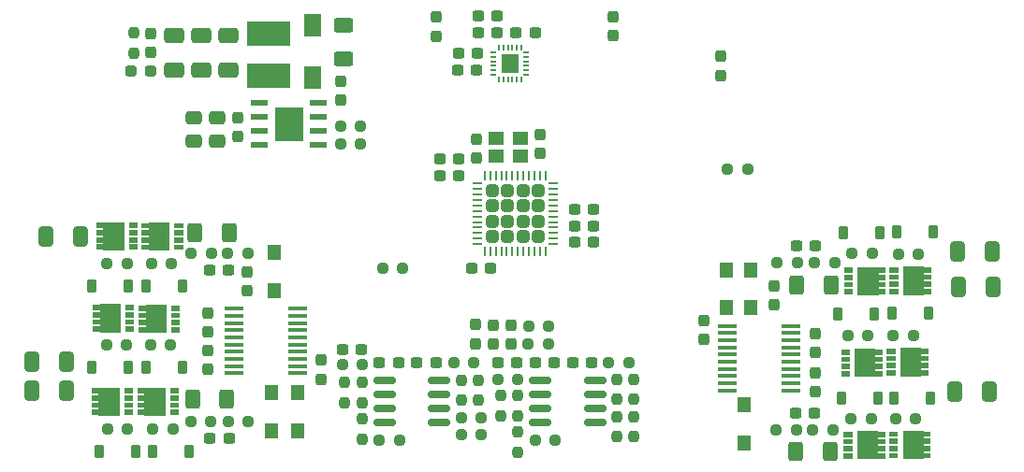
<source format=gbr>
%TF.GenerationSoftware,KiCad,Pcbnew,8.0.2*%
%TF.CreationDate,2024-06-06T21:52:40+08:00*%
%TF.ProjectId,bldcDriver,626c6463-4472-4697-9665-722e6b696361,rev?*%
%TF.SameCoordinates,Original*%
%TF.FileFunction,Paste,Bot*%
%TF.FilePolarity,Positive*%
%FSLAX46Y46*%
G04 Gerber Fmt 4.6, Leading zero omitted, Abs format (unit mm)*
G04 Created by KiCad (PCBNEW 8.0.2) date 2024-06-06 21:52:40*
%MOMM*%
%LPD*%
G01*
G04 APERTURE LIST*
G04 Aperture macros list*
%AMRoundRect*
0 Rectangle with rounded corners*
0 $1 Rounding radius*
0 $2 $3 $4 $5 $6 $7 $8 $9 X,Y pos of 4 corners*
0 Add a 4 corners polygon primitive as box body*
4,1,4,$2,$3,$4,$5,$6,$7,$8,$9,$2,$3,0*
0 Add four circle primitives for the rounded corners*
1,1,$1+$1,$2,$3*
1,1,$1+$1,$4,$5*
1,1,$1+$1,$6,$7*
1,1,$1+$1,$8,$9*
0 Add four rect primitives between the rounded corners*
20,1,$1+$1,$2,$3,$4,$5,0*
20,1,$1+$1,$4,$5,$6,$7,0*
20,1,$1+$1,$6,$7,$8,$9,0*
20,1,$1+$1,$8,$9,$2,$3,0*%
G04 Aperture macros list end*
%ADD10C,0.120000*%
%ADD11RoundRect,0.237500X0.237500X-0.250000X0.237500X0.250000X-0.237500X0.250000X-0.237500X-0.250000X0*%
%ADD12RoundRect,0.237500X-0.237500X0.300000X-0.237500X-0.300000X0.237500X-0.300000X0.237500X0.300000X0*%
%ADD13RoundRect,0.237500X-0.250000X-0.237500X0.250000X-0.237500X0.250000X0.237500X-0.250000X0.237500X0*%
%ADD14RoundRect,0.237500X0.250000X0.237500X-0.250000X0.237500X-0.250000X-0.237500X0.250000X-0.237500X0*%
%ADD15RoundRect,0.237500X-0.237500X0.250000X-0.237500X-0.250000X0.237500X-0.250000X0.237500X0.250000X0*%
%ADD16RoundRect,0.250000X0.650000X-0.412500X0.650000X0.412500X-0.650000X0.412500X-0.650000X-0.412500X0*%
%ADD17R,1.200000X1.400000*%
%ADD18RoundRect,0.237500X0.300000X0.237500X-0.300000X0.237500X-0.300000X-0.237500X0.300000X-0.237500X0*%
%ADD19R,0.700000X0.400000*%
%ADD20R,1.800000X2.480000*%
%ADD21RoundRect,0.237500X0.237500X-0.300000X0.237500X0.300000X-0.237500X0.300000X-0.237500X-0.300000X0*%
%ADD22RoundRect,0.225000X-0.225000X-0.375000X0.225000X-0.375000X0.225000X0.375000X-0.225000X0.375000X0*%
%ADD23RoundRect,0.250000X0.475000X-0.337500X0.475000X0.337500X-0.475000X0.337500X-0.475000X-0.337500X0*%
%ADD24RoundRect,0.225000X0.225000X0.375000X-0.225000X0.375000X-0.225000X-0.375000X0.225000X-0.375000X0*%
%ADD25RoundRect,0.150000X0.825000X0.150000X-0.825000X0.150000X-0.825000X-0.150000X0.825000X-0.150000X0*%
%ADD26RoundRect,0.250000X0.412500X0.650000X-0.412500X0.650000X-0.412500X-0.650000X0.412500X-0.650000X0*%
%ADD27RoundRect,0.237500X-0.300000X-0.237500X0.300000X-0.237500X0.300000X0.237500X-0.300000X0.237500X0*%
%ADD28R,0.203200X0.558800*%
%ADD29R,0.558800X0.203200*%
%ADD30R,1.600200X1.752600*%
%ADD31RoundRect,0.250000X-0.315000X0.315000X-0.315000X-0.315000X0.315000X-0.315000X0.315000X0.315000X0*%
%ADD32RoundRect,0.062500X-0.062500X0.375000X-0.062500X-0.375000X0.062500X-0.375000X0.062500X0.375000X0*%
%ADD33RoundRect,0.062500X-0.375000X0.062500X-0.375000X-0.062500X0.375000X-0.062500X0.375000X0.062500X0*%
%ADD34RoundRect,0.250000X-0.412500X-0.650000X0.412500X-0.650000X0.412500X0.650000X-0.412500X0.650000X0*%
%ADD35RoundRect,0.250000X-0.400000X-0.625000X0.400000X-0.625000X0.400000X0.625000X-0.400000X0.625000X0*%
%ADD36RoundRect,0.237500X0.287500X0.237500X-0.287500X0.237500X-0.287500X-0.237500X0.287500X-0.237500X0*%
%ADD37R,1.620000X2.046000*%
%ADD38RoundRect,0.250000X-0.625000X0.400000X-0.625000X-0.400000X0.625000X-0.400000X0.625000X0.400000X0*%
%ADD39RoundRect,0.250000X0.400000X0.625000X-0.400000X0.625000X-0.400000X-0.625000X0.400000X-0.625000X0*%
%ADD40R,3.900000X2.200000*%
%ADD41O,1.742000X0.364000*%
%ADD42R,1.400000X1.200000*%
%ADD43R,1.550000X0.600000*%
%ADD44R,2.600000X3.100000*%
G04 APERTURE END LIST*
D10*
%TO.C,Q11*%
X112332500Y-54654476D02*
X111632500Y-54654476D01*
X111632500Y-54254476D01*
X112332500Y-54254476D01*
X112332500Y-54654476D01*
G36*
X112332500Y-54654476D02*
G01*
X111632500Y-54654476D01*
X111632500Y-54254476D01*
X112332500Y-54254476D01*
X112332500Y-54654476D01*
G37*
X112332500Y-55304476D02*
X111632500Y-55304476D01*
X111632500Y-54904476D01*
X112332500Y-54904476D01*
X112332500Y-55304476D01*
G36*
X112332500Y-55304476D02*
G01*
X111632500Y-55304476D01*
X111632500Y-54904476D01*
X112332500Y-54904476D01*
X112332500Y-55304476D01*
G37*
X112332500Y-55954476D02*
X111632500Y-55954476D01*
X111632500Y-55554476D01*
X112332500Y-55554476D01*
X112332500Y-55954476D01*
G36*
X112332500Y-55954476D02*
G01*
X111632500Y-55954476D01*
X111632500Y-55554476D01*
X112332500Y-55554476D01*
X112332500Y-55954476D01*
G37*
X112332500Y-56604476D02*
X111632500Y-56604476D01*
X111632500Y-56204476D01*
X112332500Y-56204476D01*
X112332500Y-56604476D01*
G36*
X112332500Y-56604476D02*
G01*
X111632500Y-56604476D01*
X111632500Y-56204476D01*
X112332500Y-56204476D01*
X112332500Y-56604476D01*
G37*
X114652500Y-54254476D02*
X115302500Y-54254476D01*
X115302500Y-54654476D01*
X114652500Y-54654476D01*
X114652500Y-54904476D01*
X115302500Y-54904476D01*
X115302500Y-55304476D01*
X114652500Y-55304476D01*
X114652500Y-55554476D01*
X115302500Y-55554476D01*
X115302500Y-55954476D01*
X114652500Y-55954476D01*
X114652500Y-56204476D01*
X115302500Y-56204476D01*
X115302500Y-56604476D01*
X114652500Y-56604476D01*
X114652500Y-56669476D01*
X112852500Y-56669476D01*
X112852500Y-54189476D01*
X114652500Y-54189476D01*
X114652500Y-54254476D01*
G36*
X114652500Y-54254476D02*
G01*
X115302500Y-54254476D01*
X115302500Y-54654476D01*
X114652500Y-54654476D01*
X114652500Y-54904476D01*
X115302500Y-54904476D01*
X115302500Y-55304476D01*
X114652500Y-55304476D01*
X114652500Y-55554476D01*
X115302500Y-55554476D01*
X115302500Y-55954476D01*
X114652500Y-55954476D01*
X114652500Y-56204476D01*
X115302500Y-56204476D01*
X115302500Y-56604476D01*
X114652500Y-56604476D01*
X114652500Y-56669476D01*
X112852500Y-56669476D01*
X112852500Y-54189476D01*
X114652500Y-54189476D01*
X114652500Y-54254476D01*
G37*
%TO.C,Q9*%
X112080000Y-62025000D02*
X111380000Y-62025000D01*
X111380000Y-61625000D01*
X112080000Y-61625000D01*
X112080000Y-62025000D01*
G36*
X112080000Y-62025000D02*
G01*
X111380000Y-62025000D01*
X111380000Y-61625000D01*
X112080000Y-61625000D01*
X112080000Y-62025000D01*
G37*
X112080000Y-62675000D02*
X111380000Y-62675000D01*
X111380000Y-62275000D01*
X112080000Y-62275000D01*
X112080000Y-62675000D01*
G36*
X112080000Y-62675000D02*
G01*
X111380000Y-62675000D01*
X111380000Y-62275000D01*
X112080000Y-62275000D01*
X112080000Y-62675000D01*
G37*
X112080000Y-63325000D02*
X111380000Y-63325000D01*
X111380000Y-62925000D01*
X112080000Y-62925000D01*
X112080000Y-63325000D01*
G36*
X112080000Y-63325000D02*
G01*
X111380000Y-63325000D01*
X111380000Y-62925000D01*
X112080000Y-62925000D01*
X112080000Y-63325000D01*
G37*
X112080000Y-63975000D02*
X111380000Y-63975000D01*
X111380000Y-63575000D01*
X112080000Y-63575000D01*
X112080000Y-63975000D01*
G36*
X112080000Y-63975000D02*
G01*
X111380000Y-63975000D01*
X111380000Y-63575000D01*
X112080000Y-63575000D01*
X112080000Y-63975000D01*
G37*
X114400000Y-61625000D02*
X115050000Y-61625000D01*
X115050000Y-62025000D01*
X114400000Y-62025000D01*
X114400000Y-62275000D01*
X115050000Y-62275000D01*
X115050000Y-62675000D01*
X114400000Y-62675000D01*
X114400000Y-62925000D01*
X115050000Y-62925000D01*
X115050000Y-63325000D01*
X114400000Y-63325000D01*
X114400000Y-63575000D01*
X115050000Y-63575000D01*
X115050000Y-63975000D01*
X114400000Y-63975000D01*
X114400000Y-64040000D01*
X112600000Y-64040000D01*
X112600000Y-61560000D01*
X114400000Y-61560000D01*
X114400000Y-61625000D01*
G36*
X114400000Y-61625000D02*
G01*
X115050000Y-61625000D01*
X115050000Y-62025000D01*
X114400000Y-62025000D01*
X114400000Y-62275000D01*
X115050000Y-62275000D01*
X115050000Y-62675000D01*
X114400000Y-62675000D01*
X114400000Y-62925000D01*
X115050000Y-62925000D01*
X115050000Y-63325000D01*
X114400000Y-63325000D01*
X114400000Y-63575000D01*
X115050000Y-63575000D01*
X115050000Y-63975000D01*
X114400000Y-63975000D01*
X114400000Y-64040000D01*
X112600000Y-64040000D01*
X112600000Y-61560000D01*
X114400000Y-61560000D01*
X114400000Y-61625000D01*
G37*
%TO.C,Q8*%
X108182500Y-69546476D02*
X107482500Y-69546476D01*
X107482500Y-69146476D01*
X108182500Y-69146476D01*
X108182500Y-69546476D01*
G36*
X108182500Y-69546476D02*
G01*
X107482500Y-69546476D01*
X107482500Y-69146476D01*
X108182500Y-69146476D01*
X108182500Y-69546476D01*
G37*
X108182500Y-70196476D02*
X107482500Y-70196476D01*
X107482500Y-69796476D01*
X108182500Y-69796476D01*
X108182500Y-70196476D01*
G36*
X108182500Y-70196476D02*
G01*
X107482500Y-70196476D01*
X107482500Y-69796476D01*
X108182500Y-69796476D01*
X108182500Y-70196476D01*
G37*
X108182500Y-70846476D02*
X107482500Y-70846476D01*
X107482500Y-70446476D01*
X108182500Y-70446476D01*
X108182500Y-70846476D01*
G36*
X108182500Y-70846476D02*
G01*
X107482500Y-70846476D01*
X107482500Y-70446476D01*
X108182500Y-70446476D01*
X108182500Y-70846476D01*
G37*
X108182500Y-71496476D02*
X107482500Y-71496476D01*
X107482500Y-71096476D01*
X108182500Y-71096476D01*
X108182500Y-71496476D01*
G36*
X108182500Y-71496476D02*
G01*
X107482500Y-71496476D01*
X107482500Y-71096476D01*
X108182500Y-71096476D01*
X108182500Y-71496476D01*
G37*
X110502500Y-69146476D02*
X111152500Y-69146476D01*
X111152500Y-69546476D01*
X110502500Y-69546476D01*
X110502500Y-69796476D01*
X111152500Y-69796476D01*
X111152500Y-70196476D01*
X110502500Y-70196476D01*
X110502500Y-70446476D01*
X111152500Y-70446476D01*
X111152500Y-70846476D01*
X110502500Y-70846476D01*
X110502500Y-71096476D01*
X111152500Y-71096476D01*
X111152500Y-71496476D01*
X110502500Y-71496476D01*
X110502500Y-71561476D01*
X108702500Y-71561476D01*
X108702500Y-69081476D01*
X110502500Y-69081476D01*
X110502500Y-69146476D01*
G36*
X110502500Y-69146476D02*
G01*
X111152500Y-69146476D01*
X111152500Y-69546476D01*
X110502500Y-69546476D01*
X110502500Y-69796476D01*
X111152500Y-69796476D01*
X111152500Y-70196476D01*
X110502500Y-70196476D01*
X110502500Y-70446476D01*
X111152500Y-70446476D01*
X111152500Y-70846476D01*
X110502500Y-70846476D01*
X110502500Y-71096476D01*
X111152500Y-71096476D01*
X111152500Y-71496476D01*
X110502500Y-71496476D01*
X110502500Y-71561476D01*
X108702500Y-71561476D01*
X108702500Y-69081476D01*
X110502500Y-69081476D01*
X110502500Y-69146476D01*
G37*
%TO.C,Q13*%
X43103500Y-65600000D02*
X42403500Y-65600000D01*
X42403500Y-65200000D01*
X43103500Y-65200000D01*
X43103500Y-65600000D01*
G36*
X43103500Y-65600000D02*
G01*
X42403500Y-65600000D01*
X42403500Y-65200000D01*
X43103500Y-65200000D01*
X43103500Y-65600000D01*
G37*
X43103500Y-66250000D02*
X42403500Y-66250000D01*
X42403500Y-65850000D01*
X43103500Y-65850000D01*
X43103500Y-66250000D01*
G36*
X43103500Y-66250000D02*
G01*
X42403500Y-66250000D01*
X42403500Y-65850000D01*
X43103500Y-65850000D01*
X43103500Y-66250000D01*
G37*
X43103500Y-66900000D02*
X42403500Y-66900000D01*
X42403500Y-66500000D01*
X43103500Y-66500000D01*
X43103500Y-66900000D01*
G36*
X43103500Y-66900000D02*
G01*
X42403500Y-66900000D01*
X42403500Y-66500000D01*
X43103500Y-66500000D01*
X43103500Y-66900000D01*
G37*
X43103500Y-67550000D02*
X42403500Y-67550000D01*
X42403500Y-67150000D01*
X43103500Y-67150000D01*
X43103500Y-67550000D01*
G36*
X43103500Y-67550000D02*
G01*
X42403500Y-67550000D01*
X42403500Y-67150000D01*
X43103500Y-67150000D01*
X43103500Y-67550000D01*
G37*
X41883500Y-67615000D02*
X40083500Y-67615000D01*
X40083500Y-67550000D01*
X39433500Y-67550000D01*
X39433500Y-67150000D01*
X40083500Y-67150000D01*
X40083500Y-66900000D01*
X39433500Y-66900000D01*
X39433500Y-66500000D01*
X40083500Y-66500000D01*
X40083500Y-66250000D01*
X39433500Y-66250000D01*
X39433500Y-65850000D01*
X40083500Y-65850000D01*
X40083500Y-65600000D01*
X39433500Y-65600000D01*
X39433500Y-65200000D01*
X40083500Y-65200000D01*
X40083500Y-65135000D01*
X41883500Y-65135000D01*
X41883500Y-67615000D01*
G36*
X41883500Y-67615000D02*
G01*
X40083500Y-67615000D01*
X40083500Y-67550000D01*
X39433500Y-67550000D01*
X39433500Y-67150000D01*
X40083500Y-67150000D01*
X40083500Y-66900000D01*
X39433500Y-66900000D01*
X39433500Y-66500000D01*
X40083500Y-66500000D01*
X40083500Y-66250000D01*
X39433500Y-66250000D01*
X39433500Y-65850000D01*
X40083500Y-65850000D01*
X40083500Y-65600000D01*
X39433500Y-65600000D01*
X39433500Y-65200000D01*
X40083500Y-65200000D01*
X40083500Y-65135000D01*
X41883500Y-65135000D01*
X41883500Y-67615000D01*
G37*
%TO.C,Q14*%
X47370000Y-58115000D02*
X46670000Y-58115000D01*
X46670000Y-57715000D01*
X47370000Y-57715000D01*
X47370000Y-58115000D01*
G36*
X47370000Y-58115000D02*
G01*
X46670000Y-58115000D01*
X46670000Y-57715000D01*
X47370000Y-57715000D01*
X47370000Y-58115000D01*
G37*
X47370000Y-58765000D02*
X46670000Y-58765000D01*
X46670000Y-58365000D01*
X47370000Y-58365000D01*
X47370000Y-58765000D01*
G36*
X47370000Y-58765000D02*
G01*
X46670000Y-58765000D01*
X46670000Y-58365000D01*
X47370000Y-58365000D01*
X47370000Y-58765000D01*
G37*
X47370000Y-59415000D02*
X46670000Y-59415000D01*
X46670000Y-59015000D01*
X47370000Y-59015000D01*
X47370000Y-59415000D01*
G36*
X47370000Y-59415000D02*
G01*
X46670000Y-59415000D01*
X46670000Y-59015000D01*
X47370000Y-59015000D01*
X47370000Y-59415000D01*
G37*
X47370000Y-60065000D02*
X46670000Y-60065000D01*
X46670000Y-59665000D01*
X47370000Y-59665000D01*
X47370000Y-60065000D01*
G36*
X47370000Y-60065000D02*
G01*
X46670000Y-60065000D01*
X46670000Y-59665000D01*
X47370000Y-59665000D01*
X47370000Y-60065000D01*
G37*
X46150000Y-60130000D02*
X44350000Y-60130000D01*
X44350000Y-60065000D01*
X43700000Y-60065000D01*
X43700000Y-59665000D01*
X44350000Y-59665000D01*
X44350000Y-59415000D01*
X43700000Y-59415000D01*
X43700000Y-59015000D01*
X44350000Y-59015000D01*
X44350000Y-58765000D01*
X43700000Y-58765000D01*
X43700000Y-58365000D01*
X44350000Y-58365000D01*
X44350000Y-58115000D01*
X43700000Y-58115000D01*
X43700000Y-57715000D01*
X44350000Y-57715000D01*
X44350000Y-57650000D01*
X46150000Y-57650000D01*
X46150000Y-60130000D01*
G36*
X46150000Y-60130000D02*
G01*
X44350000Y-60130000D01*
X44350000Y-60065000D01*
X43700000Y-60065000D01*
X43700000Y-59665000D01*
X44350000Y-59665000D01*
X44350000Y-59415000D01*
X43700000Y-59415000D01*
X43700000Y-59015000D01*
X44350000Y-59015000D01*
X44350000Y-58765000D01*
X43700000Y-58765000D01*
X43700000Y-58365000D01*
X44350000Y-58365000D01*
X44350000Y-58115000D01*
X43700000Y-58115000D01*
X43700000Y-57715000D01*
X44350000Y-57715000D01*
X44350000Y-57650000D01*
X46150000Y-57650000D01*
X46150000Y-60130000D01*
G37*
%TO.C,Q15*%
X43540000Y-50625714D02*
X42840000Y-50625714D01*
X42840000Y-50225714D01*
X43540000Y-50225714D01*
X43540000Y-50625714D01*
G36*
X43540000Y-50625714D02*
G01*
X42840000Y-50625714D01*
X42840000Y-50225714D01*
X43540000Y-50225714D01*
X43540000Y-50625714D01*
G37*
X43540000Y-51275714D02*
X42840000Y-51275714D01*
X42840000Y-50875714D01*
X43540000Y-50875714D01*
X43540000Y-51275714D01*
G36*
X43540000Y-51275714D02*
G01*
X42840000Y-51275714D01*
X42840000Y-50875714D01*
X43540000Y-50875714D01*
X43540000Y-51275714D01*
G37*
X43540000Y-51925714D02*
X42840000Y-51925714D01*
X42840000Y-51525714D01*
X43540000Y-51525714D01*
X43540000Y-51925714D01*
G36*
X43540000Y-51925714D02*
G01*
X42840000Y-51925714D01*
X42840000Y-51525714D01*
X43540000Y-51525714D01*
X43540000Y-51925714D01*
G37*
X43540000Y-52575714D02*
X42840000Y-52575714D01*
X42840000Y-52175714D01*
X43540000Y-52175714D01*
X43540000Y-52575714D01*
G36*
X43540000Y-52575714D02*
G01*
X42840000Y-52575714D01*
X42840000Y-52175714D01*
X43540000Y-52175714D01*
X43540000Y-52575714D01*
G37*
X42320000Y-52640714D02*
X40520000Y-52640714D01*
X40520000Y-52575714D01*
X39870000Y-52575714D01*
X39870000Y-52175714D01*
X40520000Y-52175714D01*
X40520000Y-51925714D01*
X39870000Y-51925714D01*
X39870000Y-51525714D01*
X40520000Y-51525714D01*
X40520000Y-51275714D01*
X39870000Y-51275714D01*
X39870000Y-50875714D01*
X40520000Y-50875714D01*
X40520000Y-50625714D01*
X39870000Y-50625714D01*
X39870000Y-50225714D01*
X40520000Y-50225714D01*
X40520000Y-50160714D01*
X42320000Y-50160714D01*
X42320000Y-52640714D01*
G36*
X42320000Y-52640714D02*
G01*
X40520000Y-52640714D01*
X40520000Y-52575714D01*
X39870000Y-52575714D01*
X39870000Y-52175714D01*
X40520000Y-52175714D01*
X40520000Y-51925714D01*
X39870000Y-51925714D01*
X39870000Y-51525714D01*
X40520000Y-51525714D01*
X40520000Y-51275714D01*
X39870000Y-51275714D01*
X39870000Y-50875714D01*
X40520000Y-50875714D01*
X40520000Y-50625714D01*
X39870000Y-50625714D01*
X39870000Y-50225714D01*
X40520000Y-50225714D01*
X40520000Y-50160714D01*
X42320000Y-50160714D01*
X42320000Y-52640714D01*
G37*
%TO.C,Q1*%
X47252500Y-65600000D02*
X46552500Y-65600000D01*
X46552500Y-65200000D01*
X47252500Y-65200000D01*
X47252500Y-65600000D01*
G36*
X47252500Y-65600000D02*
G01*
X46552500Y-65600000D01*
X46552500Y-65200000D01*
X47252500Y-65200000D01*
X47252500Y-65600000D01*
G37*
X47252500Y-66250000D02*
X46552500Y-66250000D01*
X46552500Y-65850000D01*
X47252500Y-65850000D01*
X47252500Y-66250000D01*
G36*
X47252500Y-66250000D02*
G01*
X46552500Y-66250000D01*
X46552500Y-65850000D01*
X47252500Y-65850000D01*
X47252500Y-66250000D01*
G37*
X47252500Y-66900000D02*
X46552500Y-66900000D01*
X46552500Y-66500000D01*
X47252500Y-66500000D01*
X47252500Y-66900000D01*
G36*
X47252500Y-66900000D02*
G01*
X46552500Y-66900000D01*
X46552500Y-66500000D01*
X47252500Y-66500000D01*
X47252500Y-66900000D01*
G37*
X47252500Y-67550000D02*
X46552500Y-67550000D01*
X46552500Y-67150000D01*
X47252500Y-67150000D01*
X47252500Y-67550000D01*
G36*
X47252500Y-67550000D02*
G01*
X46552500Y-67550000D01*
X46552500Y-67150000D01*
X47252500Y-67150000D01*
X47252500Y-67550000D01*
G37*
X46032500Y-67615000D02*
X44232500Y-67615000D01*
X44232500Y-67550000D01*
X43582500Y-67550000D01*
X43582500Y-67150000D01*
X44232500Y-67150000D01*
X44232500Y-66900000D01*
X43582500Y-66900000D01*
X43582500Y-66500000D01*
X44232500Y-66500000D01*
X44232500Y-66250000D01*
X43582500Y-66250000D01*
X43582500Y-65850000D01*
X44232500Y-65850000D01*
X44232500Y-65600000D01*
X43582500Y-65600000D01*
X43582500Y-65200000D01*
X44232500Y-65200000D01*
X44232500Y-65135000D01*
X46032500Y-65135000D01*
X46032500Y-67615000D01*
G36*
X46032500Y-67615000D02*
G01*
X44232500Y-67615000D01*
X44232500Y-67550000D01*
X43582500Y-67550000D01*
X43582500Y-67150000D01*
X44232500Y-67150000D01*
X44232500Y-66900000D01*
X43582500Y-66900000D01*
X43582500Y-66500000D01*
X44232500Y-66500000D01*
X44232500Y-66250000D01*
X43582500Y-66250000D01*
X43582500Y-65850000D01*
X44232500Y-65850000D01*
X44232500Y-65600000D01*
X43582500Y-65600000D01*
X43582500Y-65200000D01*
X44232500Y-65200000D01*
X44232500Y-65135000D01*
X46032500Y-65135000D01*
X46032500Y-67615000D01*
G37*
%TO.C,Q7*%
X112311500Y-69531476D02*
X111611500Y-69531476D01*
X111611500Y-69131476D01*
X112311500Y-69131476D01*
X112311500Y-69531476D01*
G36*
X112311500Y-69531476D02*
G01*
X111611500Y-69531476D01*
X111611500Y-69131476D01*
X112311500Y-69131476D01*
X112311500Y-69531476D01*
G37*
X112311500Y-70181476D02*
X111611500Y-70181476D01*
X111611500Y-69781476D01*
X112311500Y-69781476D01*
X112311500Y-70181476D01*
G36*
X112311500Y-70181476D02*
G01*
X111611500Y-70181476D01*
X111611500Y-69781476D01*
X112311500Y-69781476D01*
X112311500Y-70181476D01*
G37*
X112311500Y-70831476D02*
X111611500Y-70831476D01*
X111611500Y-70431476D01*
X112311500Y-70431476D01*
X112311500Y-70831476D01*
G36*
X112311500Y-70831476D02*
G01*
X111611500Y-70831476D01*
X111611500Y-70431476D01*
X112311500Y-70431476D01*
X112311500Y-70831476D01*
G37*
X112311500Y-71481476D02*
X111611500Y-71481476D01*
X111611500Y-71081476D01*
X112311500Y-71081476D01*
X112311500Y-71481476D01*
G36*
X112311500Y-71481476D02*
G01*
X111611500Y-71481476D01*
X111611500Y-71081476D01*
X112311500Y-71081476D01*
X112311500Y-71481476D01*
G37*
X114631500Y-69131476D02*
X115281500Y-69131476D01*
X115281500Y-69531476D01*
X114631500Y-69531476D01*
X114631500Y-69781476D01*
X115281500Y-69781476D01*
X115281500Y-70181476D01*
X114631500Y-70181476D01*
X114631500Y-70431476D01*
X115281500Y-70431476D01*
X115281500Y-70831476D01*
X114631500Y-70831476D01*
X114631500Y-71081476D01*
X115281500Y-71081476D01*
X115281500Y-71481476D01*
X114631500Y-71481476D01*
X114631500Y-71546476D01*
X112831500Y-71546476D01*
X112831500Y-69066476D01*
X114631500Y-69066476D01*
X114631500Y-69131476D01*
G36*
X114631500Y-69131476D02*
G01*
X115281500Y-69131476D01*
X115281500Y-69531476D01*
X114631500Y-69531476D01*
X114631500Y-69781476D01*
X115281500Y-69781476D01*
X115281500Y-70181476D01*
X114631500Y-70181476D01*
X114631500Y-70431476D01*
X115281500Y-70431476D01*
X115281500Y-70831476D01*
X114631500Y-70831476D01*
X114631500Y-71081476D01*
X115281500Y-71081476D01*
X115281500Y-71481476D01*
X114631500Y-71481476D01*
X114631500Y-71546476D01*
X112831500Y-71546476D01*
X112831500Y-69066476D01*
X114631500Y-69066476D01*
X114631500Y-69131476D01*
G37*
%TO.C,Q12*%
X108242500Y-54681476D02*
X107542500Y-54681476D01*
X107542500Y-54281476D01*
X108242500Y-54281476D01*
X108242500Y-54681476D01*
G36*
X108242500Y-54681476D02*
G01*
X107542500Y-54681476D01*
X107542500Y-54281476D01*
X108242500Y-54281476D01*
X108242500Y-54681476D01*
G37*
X108242500Y-55331476D02*
X107542500Y-55331476D01*
X107542500Y-54931476D01*
X108242500Y-54931476D01*
X108242500Y-55331476D01*
G36*
X108242500Y-55331476D02*
G01*
X107542500Y-55331476D01*
X107542500Y-54931476D01*
X108242500Y-54931476D01*
X108242500Y-55331476D01*
G37*
X108242500Y-55981476D02*
X107542500Y-55981476D01*
X107542500Y-55581476D01*
X108242500Y-55581476D01*
X108242500Y-55981476D01*
G36*
X108242500Y-55981476D02*
G01*
X107542500Y-55981476D01*
X107542500Y-55581476D01*
X108242500Y-55581476D01*
X108242500Y-55981476D01*
G37*
X108242500Y-56631476D02*
X107542500Y-56631476D01*
X107542500Y-56231476D01*
X108242500Y-56231476D01*
X108242500Y-56631476D01*
G36*
X108242500Y-56631476D02*
G01*
X107542500Y-56631476D01*
X107542500Y-56231476D01*
X108242500Y-56231476D01*
X108242500Y-56631476D01*
G37*
X110562500Y-54281476D02*
X111212500Y-54281476D01*
X111212500Y-54681476D01*
X110562500Y-54681476D01*
X110562500Y-54931476D01*
X111212500Y-54931476D01*
X111212500Y-55331476D01*
X110562500Y-55331476D01*
X110562500Y-55581476D01*
X111212500Y-55581476D01*
X111212500Y-55981476D01*
X110562500Y-55981476D01*
X110562500Y-56231476D01*
X111212500Y-56231476D01*
X111212500Y-56631476D01*
X110562500Y-56631476D01*
X110562500Y-56696476D01*
X108762500Y-56696476D01*
X108762500Y-54216476D01*
X110562500Y-54216476D01*
X110562500Y-54281476D01*
G36*
X110562500Y-54281476D02*
G01*
X111212500Y-54281476D01*
X111212500Y-54681476D01*
X110562500Y-54681476D01*
X110562500Y-54931476D01*
X111212500Y-54931476D01*
X111212500Y-55331476D01*
X110562500Y-55331476D01*
X110562500Y-55581476D01*
X111212500Y-55581476D01*
X111212500Y-55981476D01*
X110562500Y-55981476D01*
X110562500Y-56231476D01*
X111212500Y-56231476D01*
X111212500Y-56631476D01*
X110562500Y-56631476D01*
X110562500Y-56696476D01*
X108762500Y-56696476D01*
X108762500Y-54216476D01*
X110562500Y-54216476D01*
X110562500Y-54281476D01*
G37*
%TO.C,Q16*%
X47649000Y-50635000D02*
X46949000Y-50635000D01*
X46949000Y-50235000D01*
X47649000Y-50235000D01*
X47649000Y-50635000D01*
G36*
X47649000Y-50635000D02*
G01*
X46949000Y-50635000D01*
X46949000Y-50235000D01*
X47649000Y-50235000D01*
X47649000Y-50635000D01*
G37*
X47649000Y-51285000D02*
X46949000Y-51285000D01*
X46949000Y-50885000D01*
X47649000Y-50885000D01*
X47649000Y-51285000D01*
G36*
X47649000Y-51285000D02*
G01*
X46949000Y-51285000D01*
X46949000Y-50885000D01*
X47649000Y-50885000D01*
X47649000Y-51285000D01*
G37*
X47649000Y-51935000D02*
X46949000Y-51935000D01*
X46949000Y-51535000D01*
X47649000Y-51535000D01*
X47649000Y-51935000D01*
G36*
X47649000Y-51935000D02*
G01*
X46949000Y-51935000D01*
X46949000Y-51535000D01*
X47649000Y-51535000D01*
X47649000Y-51935000D01*
G37*
X47649000Y-52585000D02*
X46949000Y-52585000D01*
X46949000Y-52185000D01*
X47649000Y-52185000D01*
X47649000Y-52585000D01*
G36*
X47649000Y-52585000D02*
G01*
X46949000Y-52585000D01*
X46949000Y-52185000D01*
X47649000Y-52185000D01*
X47649000Y-52585000D01*
G37*
X46429000Y-52650000D02*
X44629000Y-52650000D01*
X44629000Y-52585000D01*
X43979000Y-52585000D01*
X43979000Y-52185000D01*
X44629000Y-52185000D01*
X44629000Y-51935000D01*
X43979000Y-51935000D01*
X43979000Y-51535000D01*
X44629000Y-51535000D01*
X44629000Y-51285000D01*
X43979000Y-51285000D01*
X43979000Y-50885000D01*
X44629000Y-50885000D01*
X44629000Y-50635000D01*
X43979000Y-50635000D01*
X43979000Y-50235000D01*
X44629000Y-50235000D01*
X44629000Y-50170000D01*
X46429000Y-50170000D01*
X46429000Y-52650000D01*
G36*
X46429000Y-52650000D02*
G01*
X44629000Y-52650000D01*
X44629000Y-52585000D01*
X43979000Y-52585000D01*
X43979000Y-52185000D01*
X44629000Y-52185000D01*
X44629000Y-51935000D01*
X43979000Y-51935000D01*
X43979000Y-51535000D01*
X44629000Y-51535000D01*
X44629000Y-51285000D01*
X43979000Y-51285000D01*
X43979000Y-50885000D01*
X44629000Y-50885000D01*
X44629000Y-50635000D01*
X43979000Y-50635000D01*
X43979000Y-50235000D01*
X44629000Y-50235000D01*
X44629000Y-50170000D01*
X46429000Y-50170000D01*
X46429000Y-52650000D01*
G37*
%TO.C,Q10*%
X107950000Y-62091476D02*
X107250000Y-62091476D01*
X107250000Y-61691476D01*
X107950000Y-61691476D01*
X107950000Y-62091476D01*
G36*
X107950000Y-62091476D02*
G01*
X107250000Y-62091476D01*
X107250000Y-61691476D01*
X107950000Y-61691476D01*
X107950000Y-62091476D01*
G37*
X107950000Y-62741476D02*
X107250000Y-62741476D01*
X107250000Y-62341476D01*
X107950000Y-62341476D01*
X107950000Y-62741476D01*
G36*
X107950000Y-62741476D02*
G01*
X107250000Y-62741476D01*
X107250000Y-62341476D01*
X107950000Y-62341476D01*
X107950000Y-62741476D01*
G37*
X107950000Y-63391476D02*
X107250000Y-63391476D01*
X107250000Y-62991476D01*
X107950000Y-62991476D01*
X107950000Y-63391476D01*
G36*
X107950000Y-63391476D02*
G01*
X107250000Y-63391476D01*
X107250000Y-62991476D01*
X107950000Y-62991476D01*
X107950000Y-63391476D01*
G37*
X107950000Y-64041476D02*
X107250000Y-64041476D01*
X107250000Y-63641476D01*
X107950000Y-63641476D01*
X107950000Y-64041476D01*
G36*
X107950000Y-64041476D02*
G01*
X107250000Y-64041476D01*
X107250000Y-63641476D01*
X107950000Y-63641476D01*
X107950000Y-64041476D01*
G37*
X110270000Y-61691476D02*
X110920000Y-61691476D01*
X110920000Y-62091476D01*
X110270000Y-62091476D01*
X110270000Y-62341476D01*
X110920000Y-62341476D01*
X110920000Y-62741476D01*
X110270000Y-62741476D01*
X110270000Y-62991476D01*
X110920000Y-62991476D01*
X110920000Y-63391476D01*
X110270000Y-63391476D01*
X110270000Y-63641476D01*
X110920000Y-63641476D01*
X110920000Y-64041476D01*
X110270000Y-64041476D01*
X110270000Y-64106476D01*
X108470000Y-64106476D01*
X108470000Y-61626476D01*
X110270000Y-61626476D01*
X110270000Y-61691476D01*
G36*
X110270000Y-61691476D02*
G01*
X110920000Y-61691476D01*
X110920000Y-62091476D01*
X110270000Y-62091476D01*
X110270000Y-62341476D01*
X110920000Y-62341476D01*
X110920000Y-62741476D01*
X110270000Y-62741476D01*
X110270000Y-62991476D01*
X110920000Y-62991476D01*
X110920000Y-63391476D01*
X110270000Y-63391476D01*
X110270000Y-63641476D01*
X110920000Y-63641476D01*
X110920000Y-64041476D01*
X110270000Y-64041476D01*
X110270000Y-64106476D01*
X108470000Y-64106476D01*
X108470000Y-61626476D01*
X110270000Y-61626476D01*
X110270000Y-61691476D01*
G37*
%TO.C,Q2*%
X43220000Y-58055000D02*
X42520000Y-58055000D01*
X42520000Y-57655000D01*
X43220000Y-57655000D01*
X43220000Y-58055000D01*
G36*
X43220000Y-58055000D02*
G01*
X42520000Y-58055000D01*
X42520000Y-57655000D01*
X43220000Y-57655000D01*
X43220000Y-58055000D01*
G37*
X43220000Y-58705000D02*
X42520000Y-58705000D01*
X42520000Y-58305000D01*
X43220000Y-58305000D01*
X43220000Y-58705000D01*
G36*
X43220000Y-58705000D02*
G01*
X42520000Y-58705000D01*
X42520000Y-58305000D01*
X43220000Y-58305000D01*
X43220000Y-58705000D01*
G37*
X43220000Y-59355000D02*
X42520000Y-59355000D01*
X42520000Y-58955000D01*
X43220000Y-58955000D01*
X43220000Y-59355000D01*
G36*
X43220000Y-59355000D02*
G01*
X42520000Y-59355000D01*
X42520000Y-58955000D01*
X43220000Y-58955000D01*
X43220000Y-59355000D01*
G37*
X43220000Y-60005000D02*
X42520000Y-60005000D01*
X42520000Y-59605000D01*
X43220000Y-59605000D01*
X43220000Y-60005000D01*
G36*
X43220000Y-60005000D02*
G01*
X42520000Y-60005000D01*
X42520000Y-59605000D01*
X43220000Y-59605000D01*
X43220000Y-60005000D01*
G37*
X42000000Y-60070000D02*
X40200000Y-60070000D01*
X40200000Y-60005000D01*
X39550000Y-60005000D01*
X39550000Y-59605000D01*
X40200000Y-59605000D01*
X40200000Y-59355000D01*
X39550000Y-59355000D01*
X39550000Y-58955000D01*
X40200000Y-58955000D01*
X40200000Y-58705000D01*
X39550000Y-58705000D01*
X39550000Y-58305000D01*
X40200000Y-58305000D01*
X40200000Y-58055000D01*
X39550000Y-58055000D01*
X39550000Y-57655000D01*
X40200000Y-57655000D01*
X40200000Y-57590000D01*
X42000000Y-57590000D01*
X42000000Y-60070000D01*
G36*
X42000000Y-60070000D02*
G01*
X40200000Y-60070000D01*
X40200000Y-60005000D01*
X39550000Y-60005000D01*
X39550000Y-59605000D01*
X40200000Y-59605000D01*
X40200000Y-59355000D01*
X39550000Y-59355000D01*
X39550000Y-58955000D01*
X40200000Y-58955000D01*
X40200000Y-58705000D01*
X39550000Y-58705000D01*
X39550000Y-58305000D01*
X40200000Y-58305000D01*
X40200000Y-58055000D01*
X39550000Y-58055000D01*
X39550000Y-57655000D01*
X40200000Y-57655000D01*
X40200000Y-57590000D01*
X42000000Y-57590000D01*
X42000000Y-60070000D01*
G37*
%TD*%
D11*
%TO.C,R20*%
X88500000Y-66225000D03*
X88500000Y-64400000D03*
%TD*%
D12*
%TO.C,C9*%
X75767500Y-59487500D03*
X75767500Y-61212500D03*
%TD*%
D13*
%TO.C,R2*%
X61978500Y-43054000D03*
X63803500Y-43054000D03*
%TD*%
D14*
%TO.C,R23*%
X53642500Y-68190000D03*
X51817500Y-68190000D03*
%TD*%
D15*
%TO.C,R3*%
X43281000Y-33016500D03*
X43281000Y-34841500D03*
%TD*%
D16*
%TO.C,C6*%
X49341000Y-36366500D03*
X49341000Y-33241500D03*
%TD*%
D17*
%TO.C,D2*%
X98500000Y-66665000D03*
X98500000Y-70135000D03*
%TD*%
D18*
%TO.C,C18*%
X75525000Y-54350000D03*
X73800000Y-54350000D03*
%TD*%
D13*
%TO.C,R8*%
X40890000Y-68900000D03*
X42715000Y-68900000D03*
%TD*%
D19*
%TO.C,Q11*%
X111982500Y-56404476D03*
X111982500Y-55754476D03*
X111982500Y-55104476D03*
X111982500Y-54454476D03*
X114952500Y-54454476D03*
X114952500Y-55104476D03*
X114952500Y-55754476D03*
X114952500Y-56404476D03*
D20*
X113752500Y-55429476D03*
%TD*%
D14*
%TO.C,R17*%
X114265000Y-53071476D03*
X112440000Y-53071476D03*
%TD*%
D21*
%TO.C,C4*%
X61991000Y-39116500D03*
X61991000Y-37391500D03*
%TD*%
D18*
%TO.C,C41*%
X77900000Y-62900000D03*
X76175000Y-62900000D03*
%TD*%
D19*
%TO.C,Q9*%
X111730000Y-63775000D03*
X111730000Y-63125000D03*
X111730000Y-62475000D03*
X111730000Y-61825000D03*
X114700000Y-61825000D03*
X114700000Y-62475000D03*
X114700000Y-63125000D03*
X114700000Y-63775000D03*
D20*
X113500000Y-62800000D03*
%TD*%
D12*
%TO.C,C29*%
X53500000Y-54637500D03*
X53500000Y-56362500D03*
%TD*%
D19*
%TO.C,Q8*%
X107832500Y-71296476D03*
X107832500Y-70646476D03*
X107832500Y-69996476D03*
X107832500Y-69346476D03*
X110802500Y-69346476D03*
X110802500Y-69996476D03*
X110802500Y-70646476D03*
X110802500Y-71296476D03*
D20*
X109602500Y-70321476D03*
%TD*%
D13*
%TO.C,R4*%
X40807500Y-61300000D03*
X42632500Y-61300000D03*
%TD*%
D19*
%TO.C,Q13*%
X42753500Y-65400000D03*
X42753500Y-66050000D03*
X42753500Y-66700000D03*
X42753500Y-67350000D03*
X39783500Y-67350000D03*
X39783500Y-66700000D03*
X39783500Y-66050000D03*
X39783500Y-65400000D03*
D20*
X40983500Y-66375000D03*
%TD*%
D13*
%TO.C,R19*%
X44867500Y-53910000D03*
X46692500Y-53910000D03*
%TD*%
D22*
%TO.C,D22*%
X44372500Y-63350000D03*
X47672500Y-63350000D03*
%TD*%
D21*
%TO.C,C68*%
X80012500Y-43962500D03*
X80012500Y-42237500D03*
%TD*%
D18*
%TO.C,C35*%
X51822500Y-54510000D03*
X50097500Y-54510000D03*
%TD*%
D23*
%TO.C,C2*%
X48691000Y-42791500D03*
X48691000Y-40716500D03*
%TD*%
D24*
%TO.C,D19*%
X110250000Y-58471476D03*
X106950000Y-58471476D03*
%TD*%
D12*
%TO.C,C30*%
X50000000Y-58375000D03*
X50000000Y-60100000D03*
%TD*%
D15*
%TO.C,R30*%
X87000000Y-67775000D03*
X87000000Y-69600000D03*
%TD*%
D14*
%TO.C,R37*%
X74050000Y-62900000D03*
X72225000Y-62900000D03*
%TD*%
D21*
%TO.C,C50*%
X44841000Y-34816500D03*
X44841000Y-33091500D03*
%TD*%
D19*
%TO.C,Q14*%
X47020000Y-57915000D03*
X47020000Y-58565000D03*
X47020000Y-59215000D03*
X47020000Y-59865000D03*
X44050000Y-59865000D03*
X44050000Y-59215000D03*
X44050000Y-58565000D03*
X44050000Y-57915000D03*
D20*
X45250000Y-58890000D03*
%TD*%
D18*
%TO.C,C42*%
X63862500Y-61700000D03*
X62137500Y-61700000D03*
%TD*%
D25*
%TO.C,U6*%
X84975000Y-64460000D03*
X84975000Y-65730000D03*
X84975000Y-67000000D03*
X84975000Y-68270000D03*
X80025000Y-68270000D03*
X80025000Y-67000000D03*
X80025000Y-65730000D03*
X80025000Y-64460000D03*
%TD*%
D15*
%TO.C,R45*%
X78000000Y-69187500D03*
X78000000Y-71012500D03*
%TD*%
D26*
%TO.C,C33*%
X120662500Y-65500000D03*
X117537500Y-65500000D03*
%TD*%
D19*
%TO.C,Q15*%
X43190000Y-50425714D03*
X43190000Y-51075714D03*
X43190000Y-51725714D03*
X43190000Y-52375714D03*
X40220000Y-52375714D03*
X40220000Y-51725714D03*
X40220000Y-51075714D03*
X40220000Y-50425714D03*
D20*
X41420000Y-51400714D03*
%TD*%
D19*
%TO.C,Q1*%
X46902500Y-65400000D03*
X46902500Y-66050000D03*
X46902500Y-66700000D03*
X46902500Y-67350000D03*
X43932500Y-67350000D03*
X43932500Y-66700000D03*
X43932500Y-66050000D03*
X43932500Y-65400000D03*
D20*
X45132500Y-66375000D03*
%TD*%
D27*
%TO.C,C27*%
X68875000Y-62900000D03*
X70600000Y-62900000D03*
%TD*%
D28*
%TO.C,U9*%
X78300001Y-37273201D03*
X77899999Y-37273201D03*
X77500000Y-37273201D03*
X77100000Y-37273201D03*
X76700001Y-37273201D03*
X76299999Y-37273201D03*
D29*
X75826800Y-36800002D03*
X75826800Y-36400000D03*
X75826800Y-36000001D03*
X75826800Y-35600001D03*
X75826800Y-35200002D03*
X75826800Y-34800000D03*
D28*
X76299999Y-34326801D03*
X76700001Y-34326801D03*
X77100000Y-34326801D03*
X77500000Y-34326801D03*
X77899999Y-34326801D03*
X78300001Y-34326801D03*
D29*
X78773200Y-34800000D03*
X78773200Y-35200002D03*
X78773200Y-35600001D03*
X78773200Y-36000001D03*
X78773200Y-36400000D03*
X78773200Y-36800002D03*
D30*
X77300000Y-35800001D03*
%TD*%
D25*
%TO.C,U7*%
X70887500Y-64500000D03*
X70887500Y-65770000D03*
X70887500Y-67040000D03*
X70887500Y-68310000D03*
X65937500Y-68310000D03*
X65937500Y-67040000D03*
X65937500Y-65770000D03*
X65937500Y-64500000D03*
%TD*%
D31*
%TO.C,U5*%
X79862500Y-47300000D03*
X78462500Y-47300000D03*
X77062500Y-47300000D03*
X75662500Y-47300000D03*
X79862500Y-48700000D03*
X78462500Y-48700000D03*
X77062500Y-48700000D03*
X75662500Y-48700000D03*
X79862500Y-50100000D03*
X78462500Y-50100000D03*
X77062500Y-50100000D03*
X75662500Y-50100000D03*
X79862500Y-51500000D03*
X78462500Y-51500000D03*
X77062500Y-51500000D03*
X75662500Y-51500000D03*
D32*
X75012500Y-45962500D03*
X75512500Y-45962500D03*
X76012500Y-45962500D03*
X76512500Y-45962500D03*
X77012500Y-45962500D03*
X77512500Y-45962500D03*
X78012500Y-45962500D03*
X78512500Y-45962500D03*
X79012500Y-45962500D03*
X79512500Y-45962500D03*
X80012500Y-45962500D03*
X80512500Y-45962500D03*
D33*
X81200000Y-46650000D03*
X81200000Y-47150000D03*
X81200000Y-47650000D03*
X81200000Y-48150000D03*
X81200000Y-48650000D03*
X81200000Y-49150000D03*
X81200000Y-49650000D03*
X81200000Y-50150000D03*
X81200000Y-50650000D03*
X81200000Y-51150000D03*
X81200000Y-51650000D03*
X81200000Y-52150000D03*
D32*
X80512500Y-52837500D03*
X80012500Y-52837500D03*
X79512500Y-52837500D03*
X79012500Y-52837500D03*
X78512500Y-52837500D03*
X78012500Y-52837500D03*
X77512500Y-52837500D03*
X77012500Y-52837500D03*
X76512500Y-52837500D03*
X76012500Y-52837500D03*
X75512500Y-52837500D03*
X75012500Y-52837500D03*
D33*
X74325000Y-52150000D03*
X74325000Y-51650000D03*
X74325000Y-51150000D03*
X74325000Y-50650000D03*
X74325000Y-50150000D03*
X74325000Y-49650000D03*
X74325000Y-49150000D03*
X74325000Y-48650000D03*
X74325000Y-48150000D03*
X74325000Y-47650000D03*
X74325000Y-47150000D03*
X74325000Y-46650000D03*
%TD*%
D34*
%TO.C,C51*%
X34037500Y-65400000D03*
X37162500Y-65400000D03*
%TD*%
D11*
%TO.C,R21*%
X74400000Y-66312500D03*
X74400000Y-64487500D03*
%TD*%
D13*
%TO.C,R22*%
X48417500Y-68190000D03*
X50242500Y-68190000D03*
%TD*%
D35*
%TO.C,R11*%
X103171500Y-70900000D03*
X106271500Y-70900000D03*
%TD*%
D36*
%TO.C,D8*%
X44791000Y-36454000D03*
X43041000Y-36454000D03*
%TD*%
D13*
%TO.C,R44*%
X79587500Y-69900000D03*
X81412500Y-69900000D03*
%TD*%
D14*
%TO.C,R50*%
X78012500Y-64400000D03*
X76187500Y-64400000D03*
%TD*%
D13*
%TO.C,R29*%
X101480000Y-53851476D03*
X103305000Y-53851476D03*
%TD*%
D26*
%TO.C,C12*%
X120900000Y-52800000D03*
X117775000Y-52800000D03*
%TD*%
D13*
%TO.C,R24*%
X48447500Y-53010000D03*
X50272500Y-53010000D03*
%TD*%
D26*
%TO.C,C14*%
X120962500Y-56000000D03*
X117837500Y-56000000D03*
%TD*%
D12*
%TO.C,C10*%
X77377500Y-59487500D03*
X77377500Y-61212500D03*
%TD*%
D13*
%TO.C,R7*%
X44977500Y-68900000D03*
X46802500Y-68900000D03*
%TD*%
D21*
%TO.C,FB3*%
X74192500Y-61175000D03*
X74192500Y-59450000D03*
%TD*%
%TO.C,C52*%
X70600000Y-33300000D03*
X70600000Y-31575000D03*
%TD*%
D37*
%TO.C,D1*%
X59432000Y-37108000D03*
X59450000Y-32300000D03*
%TD*%
D38*
%TO.C,FB2*%
X62241000Y-32304000D03*
X62241000Y-35404000D03*
%TD*%
D13*
%TO.C,R5*%
X44767500Y-61290000D03*
X46592500Y-61290000D03*
%TD*%
D21*
%TO.C,C16*%
X104892500Y-65532976D03*
X104892500Y-63807976D03*
%TD*%
D19*
%TO.C,Q7*%
X111961500Y-71281476D03*
X111961500Y-70631476D03*
X111961500Y-69981476D03*
X111961500Y-69331476D03*
X114931500Y-69331476D03*
X114931500Y-69981476D03*
X114931500Y-70631476D03*
X114931500Y-71281476D03*
D20*
X113731500Y-70306476D03*
%TD*%
D34*
%TO.C,C34*%
X34037500Y-62800000D03*
X37162500Y-62800000D03*
%TD*%
D18*
%TO.C,C19*%
X72687500Y-45950000D03*
X70962500Y-45950000D03*
%TD*%
D19*
%TO.C,Q12*%
X107892500Y-56431476D03*
X107892500Y-55781476D03*
X107892500Y-55131476D03*
X107892500Y-54481476D03*
X110862500Y-54481476D03*
X110862500Y-55131476D03*
X110862500Y-55781476D03*
X110862500Y-56431476D03*
D20*
X109662500Y-55456476D03*
%TD*%
D14*
%TO.C,R18*%
X110052500Y-52991476D03*
X108227500Y-52991476D03*
%TD*%
D12*
%TO.C,C26*%
X101200000Y-55937500D03*
X101200000Y-57662500D03*
%TD*%
D18*
%TO.C,C46*%
X67200000Y-62900000D03*
X65475000Y-62900000D03*
%TD*%
D14*
%TO.C,R26*%
X106512500Y-69000000D03*
X104687500Y-69000000D03*
%TD*%
D11*
%TO.C,R48*%
X78000000Y-67712500D03*
X78000000Y-65887500D03*
%TD*%
D18*
%TO.C,C45*%
X81300000Y-62900000D03*
X79575000Y-62900000D03*
%TD*%
D15*
%TO.C,R31*%
X88500000Y-67775000D03*
X88500000Y-69600000D03*
%TD*%
D14*
%TO.C,R14*%
X109974000Y-67971476D03*
X108149000Y-67971476D03*
%TD*%
D27*
%TO.C,C23*%
X77837500Y-33000001D03*
X79562500Y-33000001D03*
%TD*%
D34*
%TO.C,C49*%
X35337500Y-51500000D03*
X38462500Y-51500000D03*
%TD*%
D17*
%TO.C,D7*%
X56000000Y-56335000D03*
X56000000Y-52865000D03*
%TD*%
D16*
%TO.C,C7*%
X46881000Y-36346500D03*
X46881000Y-33221500D03*
%TD*%
D13*
%TO.C,R53*%
X96987500Y-45400000D03*
X98812500Y-45400000D03*
%TD*%
D17*
%TO.C,D3*%
X96900000Y-57935000D03*
X96900000Y-54465000D03*
%TD*%
D39*
%TO.C,R9*%
X51680000Y-66180000D03*
X48580000Y-66180000D03*
%TD*%
D27*
%TO.C,C17*%
X83137500Y-50500000D03*
X84862500Y-50500000D03*
%TD*%
D24*
%TO.C,D20*%
X115570000Y-51051476D03*
X112270000Y-51051476D03*
%TD*%
D18*
%TO.C,C22*%
X74362500Y-34895001D03*
X72637500Y-34895001D03*
%TD*%
%TO.C,C20*%
X72675000Y-44450000D03*
X70950000Y-44450000D03*
%TD*%
D11*
%TO.C,R51*%
X63900000Y-66512500D03*
X63900000Y-64687500D03*
%TD*%
D19*
%TO.C,Q16*%
X47299000Y-50435000D03*
X47299000Y-51085000D03*
X47299000Y-51735000D03*
X47299000Y-52385000D03*
X44329000Y-52385000D03*
X44329000Y-51735000D03*
X44329000Y-51085000D03*
X44329000Y-50435000D03*
D20*
X45529000Y-51410000D03*
%TD*%
D40*
%TO.C,L1*%
X55441000Y-36904000D03*
X55441000Y-33104000D03*
%TD*%
D13*
%TO.C,R32*%
X72875000Y-69400000D03*
X74700000Y-69400000D03*
%TD*%
%TO.C,R33*%
X72875000Y-67900000D03*
X74700000Y-67900000D03*
%TD*%
D12*
%TO.C,C67*%
X74262500Y-42627500D03*
X74262500Y-44352500D03*
%TD*%
D24*
%TO.C,D17*%
X110559000Y-66071476D03*
X107259000Y-66071476D03*
%TD*%
D41*
%TO.C,U1*%
X96929000Y-65396500D03*
X96929000Y-64746500D03*
X96929000Y-64096500D03*
X96929000Y-63446500D03*
X96929000Y-62796500D03*
X96929000Y-62146500D03*
X96929000Y-61496500D03*
X96929000Y-60846500D03*
X96929000Y-60196500D03*
X96929000Y-59546500D03*
X102671000Y-59546500D03*
X102671000Y-60196500D03*
X102671000Y-60846500D03*
X102671000Y-61496500D03*
X102671000Y-62146500D03*
X102671000Y-62796500D03*
X102671000Y-63446500D03*
X102671000Y-64096500D03*
X102671000Y-64746500D03*
X102671000Y-65396500D03*
%TD*%
D27*
%TO.C,C11*%
X82975000Y-62900000D03*
X84700000Y-62900000D03*
%TD*%
D23*
%TO.C,C1*%
X50791000Y-42791500D03*
X50791000Y-40716500D03*
%TD*%
D17*
%TO.C,D10*%
X58100000Y-65565000D03*
X58100000Y-69035000D03*
%TD*%
D13*
%TO.C,R6*%
X40837500Y-53890000D03*
X42662500Y-53890000D03*
%TD*%
%TO.C,R47*%
X65487500Y-69900000D03*
X67312500Y-69900000D03*
%TD*%
D18*
%TO.C,FB4*%
X84875000Y-49000000D03*
X83150000Y-49000000D03*
%TD*%
D14*
%TO.C,R1*%
X63803500Y-41504000D03*
X61978500Y-41504000D03*
%TD*%
D39*
%TO.C,R10*%
X51920000Y-51140000D03*
X48820000Y-51140000D03*
%TD*%
D21*
%TO.C,C15*%
X94800000Y-60800000D03*
X94800000Y-59075000D03*
%TD*%
D14*
%TO.C,R38*%
X80780000Y-61212500D03*
X78955000Y-61212500D03*
%TD*%
D24*
%TO.C,D16*%
X115361500Y-66071476D03*
X112061500Y-66071476D03*
%TD*%
D42*
%TO.C,Y1*%
X76062500Y-42550000D03*
X78262500Y-42550000D03*
X78262500Y-44150000D03*
X76062500Y-44150000D03*
%TD*%
D15*
%TO.C,R46*%
X63900000Y-67987500D03*
X63900000Y-69812500D03*
%TD*%
D17*
%TO.C,D4*%
X99100000Y-57935000D03*
X99100000Y-54465000D03*
%TD*%
D13*
%TO.C,R39*%
X78980000Y-59612500D03*
X80805000Y-59612500D03*
%TD*%
D27*
%TO.C,C36*%
X103137500Y-67500000D03*
X104862500Y-67500000D03*
%TD*%
D22*
%TO.C,D9*%
X39460000Y-63320000D03*
X42760000Y-63320000D03*
%TD*%
D27*
%TO.C,C8*%
X83150000Y-52000000D03*
X84875000Y-52000000D03*
%TD*%
D21*
%TO.C,C38*%
X96400000Y-36862500D03*
X96400000Y-35137500D03*
%TD*%
D35*
%TO.C,R12*%
X103212500Y-55821476D03*
X106312500Y-55821476D03*
%TD*%
D41*
%TO.C,U2*%
X58071000Y-58003500D03*
X58071000Y-58653500D03*
X58071000Y-59303500D03*
X58071000Y-59953500D03*
X58071000Y-60603500D03*
X58071000Y-61253500D03*
X58071000Y-61903500D03*
X58071000Y-62553500D03*
X58071000Y-63203500D03*
X58071000Y-63853500D03*
X52329000Y-63853500D03*
X52329000Y-63203500D03*
X52329000Y-62553500D03*
X52329000Y-61903500D03*
X52329000Y-61253500D03*
X52329000Y-60603500D03*
X52329000Y-59953500D03*
X52329000Y-59303500D03*
X52329000Y-58653500D03*
X52329000Y-58003500D03*
%TD*%
D11*
%TO.C,R42*%
X76500000Y-67712500D03*
X76500000Y-65887500D03*
%TD*%
D43*
%TO.C,U3*%
X59991000Y-39354000D03*
X59991000Y-40624000D03*
X59991000Y-41894000D03*
X59991000Y-43164000D03*
X54591000Y-43164000D03*
X54591000Y-41894000D03*
X54591000Y-40624000D03*
X54591000Y-39354000D03*
D44*
X57291000Y-41259000D03*
%TD*%
D12*
%TO.C,C32*%
X60200000Y-62675000D03*
X60200000Y-64400000D03*
%TD*%
D11*
%TO.C,R34*%
X87000000Y-66212500D03*
X87000000Y-64387500D03*
%TD*%
D17*
%TO.C,D11*%
X55700000Y-65565000D03*
X55700000Y-69035000D03*
%TD*%
D24*
%TO.C,D18*%
X115117500Y-58400000D03*
X111817500Y-58400000D03*
%TD*%
D22*
%TO.C,D23*%
X39502500Y-55940000D03*
X42802500Y-55940000D03*
%TD*%
D14*
%TO.C,R16*%
X109692500Y-60411476D03*
X107867500Y-60411476D03*
%TD*%
D22*
%TO.C,D24*%
X44350000Y-55950000D03*
X47650000Y-55950000D03*
%TD*%
D14*
%TO.C,R52*%
X63950000Y-63100000D03*
X62125000Y-63100000D03*
%TD*%
D19*
%TO.C,Q10*%
X107600000Y-63841476D03*
X107600000Y-63191476D03*
X107600000Y-62541476D03*
X107600000Y-61891476D03*
X110570000Y-61891476D03*
X110570000Y-62541476D03*
X110570000Y-63191476D03*
X110570000Y-63841476D03*
D20*
X109370000Y-62866476D03*
%TD*%
D14*
%TO.C,R25*%
X53592500Y-53010000D03*
X51767500Y-53010000D03*
%TD*%
D18*
%TO.C,C13*%
X74300000Y-36400000D03*
X72575000Y-36400000D03*
%TD*%
D21*
%TO.C,C21*%
X86600000Y-33262500D03*
X86600000Y-31537500D03*
%TD*%
D24*
%TO.C,D21*%
X110740000Y-51081476D03*
X107440000Y-51081476D03*
%TD*%
D13*
%TO.C,R27*%
X101387500Y-69000000D03*
X103212500Y-69000000D03*
%TD*%
D18*
%TO.C,C28*%
X51882500Y-69720000D03*
X50157500Y-69720000D03*
%TD*%
%TO.C,C24*%
X76162500Y-32995001D03*
X74437500Y-32995001D03*
%TD*%
D22*
%TO.C,D5*%
X40152500Y-70900000D03*
X43452500Y-70900000D03*
%TD*%
D21*
%TO.C,C25*%
X104900000Y-61962500D03*
X104900000Y-60237500D03*
%TD*%
%TO.C,C3*%
X52641000Y-42416500D03*
X52641000Y-40691500D03*
%TD*%
D14*
%TO.C,R35*%
X88050000Y-62900000D03*
X86225000Y-62900000D03*
%TD*%
D27*
%TO.C,C37*%
X103230000Y-52341476D03*
X104955000Y-52341476D03*
%TD*%
D11*
%TO.C,R43*%
X62300000Y-66512500D03*
X62300000Y-64687500D03*
%TD*%
D14*
%TO.C,R28*%
X106675000Y-53851476D03*
X104850000Y-53851476D03*
%TD*%
%TO.C,R15*%
X113792500Y-60400000D03*
X111967500Y-60400000D03*
%TD*%
D18*
%TO.C,FB1*%
X76162500Y-31500001D03*
X74437500Y-31500001D03*
%TD*%
D16*
%TO.C,C5*%
X51851000Y-36386500D03*
X51851000Y-33261500D03*
%TD*%
D11*
%TO.C,R36*%
X72900000Y-66312500D03*
X72900000Y-64487500D03*
%TD*%
D19*
%TO.C,Q2*%
X42870000Y-57855000D03*
X42870000Y-58505000D03*
X42870000Y-59155000D03*
X42870000Y-59805000D03*
X39900000Y-59805000D03*
X39900000Y-59155000D03*
X39900000Y-58505000D03*
X39900000Y-57855000D03*
D20*
X41100000Y-58830000D03*
%TD*%
D22*
%TO.C,D6*%
X44952500Y-70900000D03*
X48252500Y-70900000D03*
%TD*%
D14*
%TO.C,R13*%
X114004000Y-67971476D03*
X112179000Y-67971476D03*
%TD*%
D12*
%TO.C,C31*%
X50000000Y-61775000D03*
X50000000Y-63500000D03*
%TD*%
D13*
%TO.C,R40*%
X65775000Y-54300000D03*
X67600000Y-54300000D03*
%TD*%
M02*

</source>
